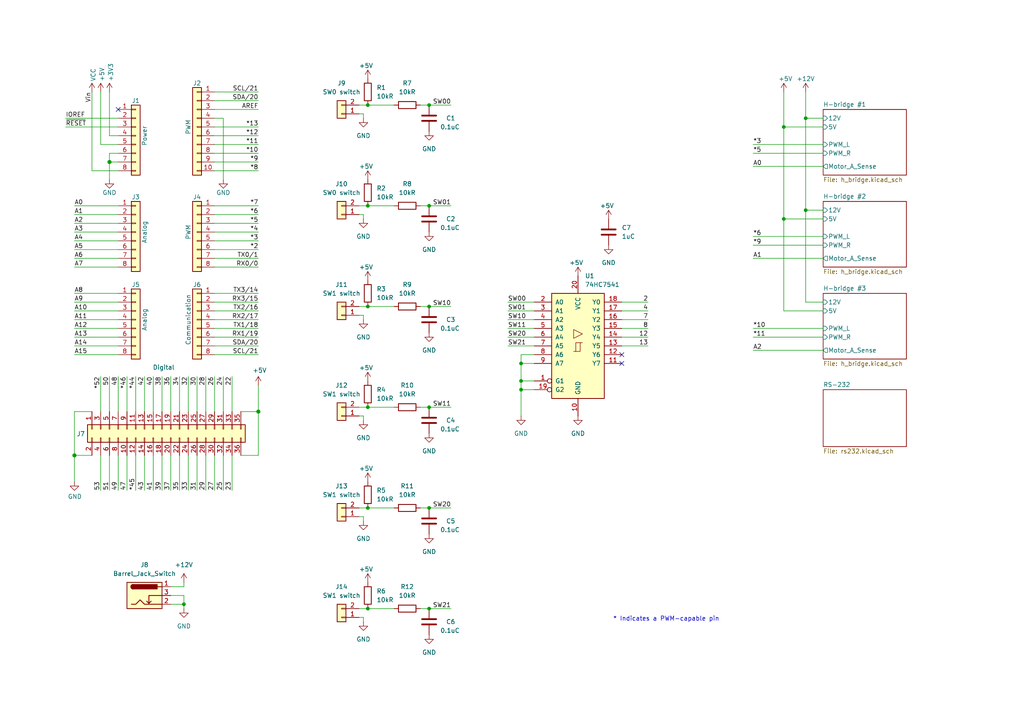
<source format=kicad_sch>
(kicad_sch (version 20211123) (generator eeschema)
  (paper "A4")
  (title_block (date "mar. 31 mars 2015"))
  (lib_symbols
    (symbol "74xx:74HCT541" (pin_names (offset 1.016))
      (property "Reference" "U" (at -7.62 16.51 0))
      (property "Value" "74HCT541" (at -7.62 -16.51 0))
      (symbol "74HCT541_1_0"
        (polyline (pts (xy -0.635 -1.6002) (xy -0.635 0.9398) (xy 0.635 0.9398)))
        (polyline (pts (xy -1.27 -1.6002) (xy 0.635 -1.6002) (xy 0.635 0.9398) (xy 1.27 0.9398)))
        (polyline (pts (xy 1.27 3.4798) (xy -1.27 4.7498) (xy -1.27 2.2098) (xy 1.27 3.4798)) (stroke (width 0.1524)))
        (pin input inverted (at -12.7 -10.16 0) (length 5.08) (name "G1") (number "1"))
        (pin power_in line (at 0 -20.32 90) (length 5.08) (name "GND") (number "10"))
        (pin tri_state line (at 12.7 -5.08 180) (length 5.08) (name "Y7") (number "11"))
        (pin tri_state line (at 12.7 -2.54 180) (length 5.08) (name "Y6") (number "12"))
        (pin tri_state line (at 12.7 0 180) (length 5.08) (name "Y5") (number "13"))
        (pin tri_state line (at 12.7 2.54 180) (length 5.08) (name "Y4") (number "14"))
        (pin tri_state line (at 12.7 5.08 180) (length 5.08) (name "Y3") (number "15"))
        (pin tri_state line (at 12.7 7.62 180) (length 5.08) (name "Y2") (number "16"))
        (pin tri_state line (at 12.7 10.16 180) (length 5.08) (name "Y1") (number "17"))
        (pin tri_state line (at 12.7 12.7 180) (length 5.08) (name "Y0") (number "18"))
        (pin input inverted (at -12.7 -12.7 0) (length 5.08) (name "G2") (number "19"))
        (pin input line (at -12.7 12.7 0) (length 5.08) (name "A0") (number "2"))
        (pin power_in line (at 0 20.32 270) (length 5.08) (name "VCC") (number "20"))
        (pin input line (at -12.7 10.16 0) (length 5.08) (name "A1") (number "3"))
        (pin input line (at -12.7 7.62 0) (length 5.08) (name "A2") (number "4"))
        (pin input line (at -12.7 5.08 0) (length 5.08) (name "A3") (number "5"))
        (pin input line (at -12.7 2.54 0) (length 5.08) (name "A4") (number "6"))
        (pin input line (at -12.7 0 0) (length 5.08) (name "A5") (number "7"))
        (pin input line (at -12.7 -2.54 0) (length 5.08) (name "A6") (number "8"))
        (pin input line (at -12.7 -5.08 0) (length 5.08) (name "A7") (number "9"))
      )
      (symbol "74HCT541_1_1"
        (rectangle (start -7.62 15.24) (end 7.62 -15.24) (stroke (width 0.254)) (fill (type background)))
      )
    )
    (symbol "Connector:Barrel_Jack_Switch" (pin_names hide)
      (property "Reference" "J" (at 0 5.334 0))
      (property "Value" "Barrel_Jack_Switch" (at 0 -5.08 0))
      (symbol "Barrel_Jack_Switch_0_1"
        (rectangle (start -5.08 3.81) (end 5.08 -3.81) (stroke (width 0.254)) (fill (type background)))
        (arc (start -3.302 3.175) (mid -3.937 2.54) (end -3.302 1.905) (stroke (width 0.254)))
        (arc (start -3.302 3.175) (mid -3.937 2.54) (end -3.302 1.905) (stroke (width 0.254)) (fill (type outline)))
        (polyline (pts (xy 1.27 -2.286) (xy 1.905 -1.651)) (stroke (width 0.254)))
        (polyline (pts (xy 5.08 2.54) (xy 3.81 2.54)) (stroke (width 0.254)))
        (polyline (pts (xy 5.08 0) (xy 1.27 0) (xy 1.27 -2.286) (xy 0.635 -1.651)) (stroke (width 0.254)))
        (polyline (pts (xy -3.81 -2.54) (xy -2.54 -2.54) (xy -1.27 -1.27) (xy 0 -2.54) (xy 2.54 -2.54) (xy 5.08 -2.54)) (stroke (width 0.254)))
        (rectangle (start 3.683 3.175) (end -3.302 1.905) (stroke (width 0.254)) (fill (type outline)))
      )
      (symbol "Barrel_Jack_Switch_1_1"
        (pin passive line (at 7.62 2.54 180) (length 2.54) (name "~") (number "1"))
        (pin passive line (at 7.62 -2.54 180) (length 2.54) (name "~") (number "2"))
        (pin passive line (at 7.62 0 180) (length 2.54) (name "~") (number "3"))
      )
    )
    (symbol "Connector_Generic:Conn_01x02" (pin_names (offset 1.016) hide)
      (property "Reference" "J" (at 0 2.54 0))
      (property "Value" "Conn_01x02" (at 0 -5.08 0))
      (symbol "Conn_01x02_1_1"
        (rectangle (start -1.27 -2.413) (end 0 -2.667) (stroke (width 0.1524)))
        (rectangle (start -1.27 0.127) (end 0 -0.127) (stroke (width 0.1524)))
        (rectangle (start -1.27 1.27) (end 1.27 -3.81) (stroke (width 0.254)) (fill (type background)))
        (pin passive line (at -5.08 0 0) (length 3.81) (name "Pin_1") (number "1"))
        (pin passive line (at -5.08 -2.54 0) (length 3.81) (name "Pin_2") (number "2"))
      )
    )
    (symbol "Connector_Generic:Conn_01x08" (pin_names (offset 1.016) hide)
      (property "Reference" "J" (at 0 10.16 0))
      (property "Value" "Conn_01x08" (at 0 -12.7 0))
      (symbol "Conn_01x08_1_1"
        (rectangle (start -1.27 -10.033) (end 0 -10.287) (stroke (width 0.1524)))
        (rectangle (start -1.27 -7.493) (end 0 -7.747) (stroke (width 0.1524)))
        (rectangle (start -1.27 -4.953) (end 0 -5.207) (stroke (width 0.1524)))
        (rectangle (start -1.27 -2.413) (end 0 -2.667) (stroke (width 0.1524)))
        (rectangle (start -1.27 0.127) (end 0 -0.127) (stroke (width 0.1524)))
        (rectangle (start -1.27 2.667) (end 0 2.413) (stroke (width 0.1524)))
        (rectangle (start -1.27 5.207) (end 0 4.953) (stroke (width 0.1524)))
        (rectangle (start -1.27 7.747) (end 0 7.493) (stroke (width 0.1524)))
        (rectangle (start -1.27 8.89) (end 1.27 -11.43) (stroke (width 0.254)) (fill (type background)))
        (pin passive line (at -5.08 7.62 0) (length 3.81) (name "Pin_1") (number "1"))
        (pin passive line (at -5.08 5.08 0) (length 3.81) (name "Pin_2") (number "2"))
        (pin passive line (at -5.08 2.54 0) (length 3.81) (name "Pin_3") (number "3"))
        (pin passive line (at -5.08 0 0) (length 3.81) (name "Pin_4") (number "4"))
        (pin passive line (at -5.08 -2.54 0) (length 3.81) (name "Pin_5") (number "5"))
        (pin passive line (at -5.08 -5.08 0) (length 3.81) (name "Pin_6") (number "6"))
        (pin passive line (at -5.08 -7.62 0) (length 3.81) (name "Pin_7") (number "7"))
        (pin passive line (at -5.08 -10.16 0) (length 3.81) (name "Pin_8") (number "8"))
      )
    )
    (symbol "Connector_Generic:Conn_01x10" (pin_names (offset 1.016) hide)
      (property "Reference" "J" (at 0 12.7 0))
      (property "Value" "Conn_01x10" (at 0 -15.24 0))
      (symbol "Conn_01x10_1_1"
        (rectangle (start -1.27 -12.573) (end 0 -12.827) (stroke (width 0.1524)))
        (rectangle (start -1.27 -10.033) (end 0 -10.287) (stroke (width 0.1524)))
        (rectangle (start -1.27 -7.493) (end 0 -7.747) (stroke (width 0.1524)))
        (rectangle (start -1.27 -4.953) (end 0 -5.207) (stroke (width 0.1524)))
        (rectangle (start -1.27 -2.413) (end 0 -2.667) (stroke (width 0.1524)))
        (rectangle (start -1.27 0.127) (end 0 -0.127) (stroke (width 0.1524)))
        (rectangle (start -1.27 2.667) (end 0 2.413) (stroke (width 0.1524)))
        (rectangle (start -1.27 5.207) (end 0 4.953) (stroke (width 0.1524)))
        (rectangle (start -1.27 7.747) (end 0 7.493) (stroke (width 0.1524)))
        (rectangle (start -1.27 10.287) (end 0 10.033) (stroke (width 0.1524)))
        (rectangle (start -1.27 11.43) (end 1.27 -13.97) (stroke (width 0.254)) (fill (type background)))
        (pin passive line (at -5.08 10.16 0) (length 3.81) (name "Pin_1") (number "1"))
        (pin passive line (at -5.08 -12.7 0) (length 3.81) (name "Pin_10") (number "10"))
        (pin passive line (at -5.08 7.62 0) (length 3.81) (name "Pin_2") (number "2"))
        (pin passive line (at -5.08 5.08 0) (length 3.81) (name "Pin_3") (number "3"))
        (pin passive line (at -5.08 2.54 0) (length 3.81) (name "Pin_4") (number "4"))
        (pin passive line (at -5.08 0 0) (length 3.81) (name "Pin_5") (number "5"))
        (pin passive line (at -5.08 -2.54 0) (length 3.81) (name "Pin_6") (number "6"))
        (pin passive line (at -5.08 -5.08 0) (length 3.81) (name "Pin_7") (number "7"))
        (pin passive line (at -5.08 -7.62 0) (length 3.81) (name "Pin_8") (number "8"))
        (pin passive line (at -5.08 -10.16 0) (length 3.81) (name "Pin_9") (number "9"))
      )
    )
    (symbol "Connector_Generic:Conn_02x18_Odd_Even" (pin_names (offset 1.016) hide)
      (property "Reference" "J" (at 1.27 22.86 0))
      (property "Value" "Conn_02x18_Odd_Even" (at 1.27 -25.4 0))
      (symbol "Conn_02x18_Odd_Even_1_1"
        (rectangle (start -1.27 -22.733) (end 0 -22.987) (stroke (width 0.1524)))
        (rectangle (start -1.27 -20.193) (end 0 -20.447) (stroke (width 0.1524)))
        (rectangle (start -1.27 -17.653) (end 0 -17.907) (stroke (width 0.1524)))
        (rectangle (start -1.27 -15.113) (end 0 -15.367) (stroke (width 0.1524)))
        (rectangle (start -1.27 -12.573) (end 0 -12.827) (stroke (width 0.1524)))
        (rectangle (start -1.27 -10.033) (end 0 -10.287) (stroke (width 0.1524)))
        (rectangle (start -1.27 -7.493) (end 0 -7.747) (stroke (width 0.1524)))
        (rectangle (start -1.27 -4.953) (end 0 -5.207) (stroke (width 0.1524)))
        (rectangle (start -1.27 -2.413) (end 0 -2.667) (stroke (width 0.1524)))
        (rectangle (start -1.27 0.127) (end 0 -0.127) (stroke (width 0.1524)))
        (rectangle (start -1.27 2.667) (end 0 2.413) (stroke (width 0.1524)))
        (rectangle (start -1.27 5.207) (end 0 4.953) (stroke (width 0.1524)))
        (rectangle (start -1.27 7.747) (end 0 7.493) (stroke (width 0.1524)))
        (rectangle (start -1.27 10.287) (end 0 10.033) (stroke (width 0.1524)))
        (rectangle (start -1.27 12.827) (end 0 12.573) (stroke (width 0.1524)))
        (rectangle (start -1.27 15.367) (end 0 15.113) (stroke (width 0.1524)))
        (rectangle (start -1.27 17.907) (end 0 17.653) (stroke (width 0.1524)))
        (rectangle (start -1.27 20.447) (end 0 20.193) (stroke (width 0.1524)))
        (rectangle (start -1.27 21.59) (end 3.81 -24.13) (stroke (width 0.254)) (fill (type background)))
        (rectangle (start 3.81 -22.733) (end 2.54 -22.987) (stroke (width 0.1524)))
        (rectangle (start 3.81 -20.193) (end 2.54 -20.447) (stroke (width 0.1524)))
        (rectangle (start 3.81 -17.653) (end 2.54 -17.907) (stroke (width 0.1524)))
        (rectangle (start 3.81 -15.113) (end 2.54 -15.367) (stroke (width 0.1524)))
        (rectangle (start 3.81 -12.573) (end 2.54 -12.827) (stroke (width 0.1524)))
        (rectangle (start 3.81 -10.033) (end 2.54 -10.287) (stroke (width 0.1524)))
        (rectangle (start 3.81 -7.493) (end 2.54 -7.747) (stroke (width 0.1524)))
        (rectangle (start 3.81 -4.953) (end 2.54 -5.207) (stroke (width 0.1524)))
        (rectangle (start 3.81 -2.413) (end 2.54 -2.667) (stroke (width 0.1524)))
        (rectangle (start 3.81 0.127) (end 2.54 -0.127) (stroke (width 0.1524)))
        (rectangle (start 3.81 2.667) (end 2.54 2.413) (stroke (width 0.1524)))
        (rectangle (start 3.81 5.207) (end 2.54 4.953) (stroke (width 0.1524)))
        (rectangle (start 3.81 7.747) (end 2.54 7.493) (stroke (width 0.1524)))
        (rectangle (start 3.81 10.287) (end 2.54 10.033) (stroke (width 0.1524)))
        (rectangle (start 3.81 12.827) (end 2.54 12.573) (stroke (width 0.1524)))
        (rectangle (start 3.81 15.367) (end 2.54 15.113) (stroke (width 0.1524)))
        (rectangle (start 3.81 17.907) (end 2.54 17.653) (stroke (width 0.1524)))
        (rectangle (start 3.81 20.447) (end 2.54 20.193) (stroke (width 0.1524)))
        (pin passive line (at -5.08 20.32 0) (length 3.81) (name "Pin_1") (number "1"))
        (pin passive line (at 7.62 10.16 180) (length 3.81) (name "Pin_10") (number "10"))
        (pin passive line (at -5.08 7.62 0) (length 3.81) (name "Pin_11") (number "11"))
        (pin passive line (at 7.62 7.62 180) (length 3.81) (name "Pin_12") (number "12"))
        (pin passive line (at -5.08 5.08 0) (length 3.81) (name "Pin_13") (number "13"))
        (pin passive line (at 7.62 5.08 180) (length 3.81) (name "Pin_14") (number "14"))
        (pin passive line (at -5.08 2.54 0) (length 3.81) (name "Pin_15") (number "15"))
        (pin passive line (at 7.62 2.54 180) (length 3.81) (name "Pin_16") (number "16"))
        (pin passive line (at -5.08 0 0) (length 3.81) (name "Pin_17") (number "17"))
        (pin passive line (at 7.62 0 180) (length 3.81) (name "Pin_18") (number "18"))
        (pin passive line (at -5.08 -2.54 0) (length 3.81) (name "Pin_19") (number "19"))
        (pin passive line (at 7.62 20.32 180) (length 3.81) (name "Pin_2") (number "2"))
        (pin passive line (at 7.62 -2.54 180) (length 3.81) (name "Pin_20") (number "20"))
        (pin passive line (at -5.08 -5.08 0) (length 3.81) (name "Pin_21") (number "21"))
        (pin passive line (at 7.62 -5.08 180) (length 3.81) (name "Pin_22") (number "22"))
        (pin passive line (at -5.08 -7.62 0) (length 3.81) (name "Pin_23") (number "23"))
        (pin passive line (at 7.62 -7.62 180) (length 3.81) (name "Pin_24") (number "24"))
        (pin passive line (at -5.08 -10.16 0) (length 3.81) (name "Pin_25") (number "25"))
        (pin passive line (at 7.62 -10.16 180) (length 3.81) (name "Pin_26") (number "26"))
        (pin passive line (at -5.08 -12.7 0) (length 3.81) (name "Pin_27") (number "27"))
        (pin passive line (at 7.62 -12.7 180) (length 3.81) (name "Pin_28") (number "28"))
        (pin passive line (at -5.08 -15.24 0) (length 3.81) (name "Pin_29") (number "29"))
        (pin passive line (at -5.08 17.78 0) (length 3.81) (name "Pin_3") (number "3"))
        (pin passive line (at 7.62 -15.24 180) (length 3.81) (name "Pin_30") (number "30"))
        (pin passive line (at -5.08 -17.78 0) (length 3.81) (name "Pin_31") (number "31"))
        (pin passive line (at 7.62 -17.78 180) (length 3.81) (name "Pin_32") (number "32"))
        (pin passive line (at -5.08 -20.32 0) (length 3.81) (name "Pin_33") (number "33"))
        (pin passive line (at 7.62 -20.32 180) (length 3.81) (name "Pin_34") (number "34"))
        (pin passive line (at -5.08 -22.86 0) (length 3.81) (name "Pin_35") (number "35"))
        (pin passive line (at 7.62 -22.86 180) (length 3.81) (name "Pin_36") (number "36"))
        (pin passive line (at 7.62 17.78 180) (length 3.81) (name "Pin_4") (number "4"))
        (pin passive line (at -5.08 15.24 0) (length 3.81) (name "Pin_5") (number "5"))
        (pin passive line (at 7.62 15.24 180) (length 3.81) (name "Pin_6") (number "6"))
        (pin passive line (at -5.08 12.7 0) (length 3.81) (name "Pin_7") (number "7"))
        (pin passive line (at 7.62 12.7 180) (length 3.81) (name "Pin_8") (number "8"))
        (pin passive line (at -5.08 10.16 0) (length 3.81) (name "Pin_9") (number "9"))
      )
    )
    (symbol "Device:C" (pin_numbers hide) (pin_names (offset 0.254))
      (property "Reference" "C" (at 0.635 2.54 0))
      (property "Value" "C" (at 0.635 -2.54 0))
      (symbol "C_0_1"
        (polyline (pts (xy -2.032 -0.762) (xy 2.032 -0.762)) (stroke (width 0.508)))
        (polyline (pts (xy -2.032 0.762) (xy 2.032 0.762)) (stroke (width 0.508)))
      )
      (symbol "C_1_1"
        (pin passive line (at 0 3.81 270) (length 2.794) (name "~") (number "1"))
        (pin passive line (at 0 -3.81 90) (length 2.794) (name "~") (number "2"))
      )
    )
    (symbol "Device:R" (pin_numbers hide) (pin_names (offset 0))
      (property "Reference" "R" (at 2.032 0 90))
      (property "Value" "R" (at 0 0 90))
      (symbol "R_0_1"
        (rectangle (start -1.016 -2.54) (end 1.016 2.54) (stroke (width 0.254)))
      )
      (symbol "R_1_1"
        (pin passive line (at 0 3.81 270) (length 1.27) (name "~") (number "1"))
        (pin passive line (at 0 -3.81 90) (length 1.27) (name "~") (number "2"))
      )
    )
    (symbol "power:+12V" (power) (pin_names (offset 0))
      (property "Value" "+12V" (at 0 3.556 0))
      (symbol "+12V_0_1"
        (polyline (pts (xy -0.762 1.27) (xy 0 2.54)))
        (polyline (pts (xy 0 0) (xy 0 2.54)))
        (polyline (pts (xy 0 2.54) (xy 0.762 1.27)))
      )
      (symbol "+12V_1_1"
        (pin power_in line (at 0 0 90) (length 0) hide (name "+12V") (number "1"))
      )
    )
    (symbol "power:+3V3" (power) (pin_names (offset 0))
      (property "Value" "+3V3" (at 0 3.556 0))
      (symbol "+3V3_0_1"
        (polyline (pts (xy -0.762 1.27) (xy 0 2.54)))
        (polyline (pts (xy 0 0) (xy 0 2.54)))
        (polyline (pts (xy 0 2.54) (xy 0.762 1.27)))
      )
      (symbol "+3V3_1_1"
        (pin power_in line (at 0 0 90) (length 0) hide (name "+3V3") (number "1"))
      )
    )
    (symbol "power:+5V" (power) (pin_names (offset 0))
      (property "Value" "+5V" (at 0 3.556 0))
      (symbol "+5V_0_1"
        (polyline (pts (xy -0.762 1.27) (xy 0 2.54)))
        (polyline (pts (xy 0 0) (xy 0 2.54)))
        (polyline (pts (xy 0 2.54) (xy 0.762 1.27)))
      )
      (symbol "+5V_1_1"
        (pin power_in line (at 0 0 90) (length 0) hide (name "+5V") (number "1"))
      )
    )
    (symbol "power:GND" (power) (pin_names (offset 0))
      (property "Value" "GND" (at 0 -3.81 0))
      (symbol "GND_0_1"
        (polyline (pts (xy 0 0) (xy 0 -1.27) (xy 1.27 -1.27) (xy 0 -2.54) (xy -1.27 -1.27) (xy 0 -1.27)))
      )
      (symbol "GND_1_1"
        (pin power_in line (at 0 0 270) (length 0) hide (name "GND") (number "1"))
      )
    )
    (symbol "power:VCC" (power) (pin_names (offset 0))
      (property "Value" "VCC" (at 0 3.81 0))
      (symbol "VCC_0_1"
        (polyline (pts (xy -0.762 1.27) (xy 0 2.54)))
        (polyline (pts (xy 0 0) (xy 0 2.54)))
        (polyline (pts (xy 0 2.54) (xy 0.762 1.27)))
      )
      (symbol "VCC_1_1"
        (pin power_in line (at 0 0 90) (length 0) hide (name "VCC") (number "1"))
      )
    )
  )
  (junction (at 21.59 132.08) (diameter 1.016))
  (junction (at 124.46 176.53))
  (junction (at 106.68 88.9))
  (junction (at 53.34 175.26))
  (junction (at 124.46 30.48))
  (junction (at 124.46 88.9))
  (junction (at 31.75 46.99) (diameter 1.016))
  (junction (at 233.68 60.96))
  (junction (at 124.46 147.32))
  (junction (at 106.68 176.53))
  (junction (at 227.33 36.83))
  (junction (at 151.13 110.49))
  (junction (at 106.68 118.11))
  (junction (at 151.13 105.41))
  (junction (at 106.68 59.69))
  (junction (at 151.13 113.03))
  (junction (at 124.46 59.69))
  (junction (at 233.68 34.29))
  (junction (at 106.68 147.32))
  (junction (at 227.33 63.5))
  (junction (at 124.46 118.11))
  (junction (at 106.68 30.48))
  (junction (at 74.93 119.38) (diameter 1.016))
  (no_connect (at 180.34 102.87))
  (no_connect (at 34.29 31.75))
  (no_connect (at 180.34 105.41))
  (wire (pts (xy 124.46 176.53) (xy 130.81 176.53)))
  (wire (pts (xy 62.23 77.47) (xy 74.93 77.47)))
  (wire (pts (xy 21.59 77.47) (xy 34.29 77.47)))
  (wire (pts (xy 62.23 44.45) (xy 74.93 44.45)))
  (wire (pts (xy 44.45 109.22) (xy 44.45 119.38)))
  (wire (pts (xy 227.33 90.17) (xy 238.76 90.17)))
  (wire (pts (xy 62.23 26.67) (xy 74.93 26.67)))
  (wire (pts (xy 121.92 118.11) (xy 124.46 118.11)))
  (wire (pts (xy 46.99 109.22) (xy 46.99 119.38)))
  (wire (pts (xy 106.68 118.11) (xy 114.3 118.11)))
  (wire (pts (xy 74.93 119.38) (xy 74.93 132.08)))
  (wire (pts (xy 26.67 119.38) (xy 21.59 119.38)))
  (wire (pts (xy 124.46 118.11) (xy 130.81 118.11)))
  (wire (pts (xy 233.68 60.96) (xy 238.76 60.96)))
  (wire (pts (xy 62.23 90.17) (xy 74.93 90.17)))
  (wire (pts (xy 31.75 44.45) (xy 31.75 46.99)))
  (wire (pts (xy 227.33 63.5) (xy 227.33 90.17)))
  (wire (pts (xy 104.14 62.23) (xy 105.41 62.23)))
  (wire (pts (xy 49.53 132.08) (xy 49.53 142.24)))
  (wire (pts (xy 21.59 72.39) (xy 34.29 72.39)))
  (wire (pts (xy 124.46 30.48) (xy 130.81 30.48)))
  (wire (pts (xy 54.61 109.22) (xy 54.61 119.38)))
  (wire (pts (xy 104.14 118.11) (xy 106.68 118.11)))
  (wire (pts (xy 31.75 109.22) (xy 31.75 119.38)))
  (wire (pts (xy 67.31 109.22) (xy 67.31 119.38)))
  (wire (pts (xy 227.33 26.67) (xy 227.33 36.83)))
  (wire (pts (xy 121.92 147.32) (xy 124.46 147.32)))
  (wire (pts (xy 104.14 91.44) (xy 105.41 91.44)))
  (wire (pts (xy 31.75 46.99) (xy 31.75 52.07)))
  (wire (pts (xy 62.23 132.08) (xy 62.23 142.24)))
  (wire (pts (xy 227.33 36.83) (xy 227.33 63.5)))
  (wire (pts (xy 31.75 39.37) (xy 34.29 39.37)))
  (wire (pts (xy 41.91 109.22) (xy 41.91 119.38)))
  (wire (pts (xy 49.53 175.26) (xy 53.34 175.26)))
  (wire (pts (xy 180.34 87.63) (xy 187.96 87.63)))
  (wire (pts (xy 104.14 33.02) (xy 105.41 33.02)))
  (wire (pts (xy 151.13 110.49) (xy 151.13 105.41)))
  (wire (pts (xy 29.21 41.91) (xy 34.29 41.91)))
  (wire (pts (xy 52.07 132.08) (xy 52.07 142.24)))
  (wire (pts (xy 218.44 41.91) (xy 238.76 41.91)))
  (wire (pts (xy 29.21 26.67) (xy 29.21 41.91)))
  (wire (pts (xy 104.14 176.53) (xy 106.68 176.53)))
  (wire (pts (xy 21.59 102.87) (xy 34.29 102.87)))
  (wire (pts (xy 36.83 132.08) (xy 36.83 142.24)))
  (wire (pts (xy 151.13 120.65) (xy 151.13 113.03)))
  (wire (pts (xy 59.69 132.08) (xy 59.69 142.24)))
  (wire (pts (xy 53.34 170.18) (xy 53.34 168.91)))
  (wire (pts (xy 121.92 59.69) (xy 124.46 59.69)))
  (wire (pts (xy 227.33 63.5) (xy 238.76 63.5)))
  (wire (pts (xy 233.68 60.96) (xy 233.68 87.63)))
  (wire (pts (xy 62.23 36.83) (xy 74.93 36.83)))
  (wire (pts (xy 180.34 90.17) (xy 187.96 90.17)))
  (wire (pts (xy 31.75 26.67) (xy 31.75 39.37)))
  (wire (pts (xy 62.23 59.69) (xy 74.93 59.69)))
  (wire (pts (xy 34.29 59.69) (xy 21.59 59.69)))
  (wire (pts (xy 106.68 147.32) (xy 114.3 147.32)))
  (wire (pts (xy 62.23 39.37) (xy 74.93 39.37)))
  (wire (pts (xy 34.29 100.33) (xy 21.59 100.33)))
  (wire (pts (xy 62.23 62.23) (xy 74.93 62.23)))
  (wire (pts (xy 151.13 113.03) (xy 154.94 113.03)))
  (wire (pts (xy 180.34 92.71) (xy 187.96 92.71)))
  (wire (pts (xy 104.14 120.65) (xy 105.41 120.65)))
  (wire (pts (xy 124.46 147.32) (xy 130.81 147.32)))
  (wire (pts (xy 62.23 97.79) (xy 74.93 97.79)))
  (wire (pts (xy 53.34 175.26) (xy 53.34 176.53)))
  (wire (pts (xy 121.92 176.53) (xy 124.46 176.53)))
  (wire (pts (xy 52.07 109.22) (xy 52.07 119.38)))
  (wire (pts (xy 21.59 119.38) (xy 21.59 132.08)))
  (wire (pts (xy 218.44 44.45) (xy 238.76 44.45)))
  (wire (pts (xy 36.83 109.22) (xy 36.83 119.38)))
  (wire (pts (xy 26.67 132.08) (xy 21.59 132.08)))
  (wire (pts (xy 105.41 62.23) (xy 105.41 63.5)))
  (wire (pts (xy 62.23 46.99) (xy 74.93 46.99)))
  (wire (pts (xy 59.69 109.22) (xy 59.69 119.38)))
  (wire (pts (xy 57.15 109.22) (xy 57.15 119.38)))
  (wire (pts (xy 39.37 132.08) (xy 39.37 142.24)))
  (wire (pts (xy 57.15 132.08) (xy 57.15 142.24)))
  (wire (pts (xy 34.29 132.08) (xy 34.29 142.24)))
  (wire (pts (xy 64.77 109.22) (xy 64.77 119.38)))
  (wire (pts (xy 62.23 67.31) (xy 74.93 67.31)))
  (wire (pts (xy 44.45 132.08) (xy 44.45 142.24)))
  (wire (pts (xy 105.41 91.44) (xy 105.41 92.71)))
  (wire (pts (xy 39.37 109.22) (xy 39.37 119.38)))
  (wire (pts (xy 121.92 88.9) (xy 124.46 88.9)))
  (wire (pts (xy 218.44 68.58) (xy 238.76 68.58)))
  (wire (pts (xy 19.05 34.29) (xy 34.29 34.29)))
  (wire (pts (xy 218.44 71.12) (xy 238.76 71.12)))
  (wire (pts (xy 233.68 26.67) (xy 233.68 34.29)))
  (wire (pts (xy 62.23 87.63) (xy 74.93 87.63)))
  (wire (pts (xy 74.93 111.76) (xy 74.93 119.38)))
  (wire (pts (xy 180.34 100.33) (xy 187.96 100.33)))
  (wire (pts (xy 64.77 34.29) (xy 64.77 52.07)))
  (wire (pts (xy 62.23 102.87) (xy 74.93 102.87)))
  (wire (pts (xy 49.53 172.72) (xy 53.34 172.72)))
  (wire (pts (xy 151.13 102.87) (xy 154.94 102.87)))
  (wire (pts (xy 104.14 88.9) (xy 106.68 88.9)))
  (wire (pts (xy 62.23 31.75) (xy 74.93 31.75)))
  (wire (pts (xy 105.41 149.86) (xy 105.41 151.13)))
  (wire (pts (xy 69.85 119.38) (xy 74.93 119.38)))
  (wire (pts (xy 62.23 95.25) (xy 74.93 95.25)))
  (wire (pts (xy 21.59 92.71) (xy 34.29 92.71)))
  (wire (pts (xy 233.68 87.63) (xy 238.76 87.63)))
  (wire (pts (xy 106.68 59.69) (xy 114.3 59.69)))
  (wire (pts (xy 151.13 113.03) (xy 151.13 110.49)))
  (wire (pts (xy 124.46 59.69) (xy 130.81 59.69)))
  (wire (pts (xy 34.29 64.77) (xy 21.59 64.77)))
  (wire (pts (xy 19.05 36.83) (xy 34.29 36.83)))
  (wire (pts (xy 218.44 48.26) (xy 238.76 48.26)))
  (wire (pts (xy 151.13 105.41) (xy 151.13 102.87)))
  (wire (pts (xy 62.23 85.09) (xy 74.93 85.09)))
  (wire (pts (xy 34.29 46.99) (xy 31.75 46.99)))
  (wire (pts (xy 104.14 147.32) (xy 106.68 147.32)))
  (wire (pts (xy 34.29 49.53) (xy 26.67 49.53)))
  (wire (pts (xy 29.21 109.22) (xy 29.21 119.38)))
  (wire (pts (xy 21.59 62.23) (xy 34.29 62.23)))
  (wire (pts (xy 31.75 132.08) (xy 31.75 142.24)))
  (wire (pts (xy 147.32 97.79) (xy 154.94 97.79)))
  (wire (pts (xy 147.32 90.17) (xy 154.94 90.17)))
  (wire (pts (xy 180.34 97.79) (xy 187.96 97.79)))
  (wire (pts (xy 54.61 132.08) (xy 54.61 142.24)))
  (wire (pts (xy 147.32 95.25) (xy 154.94 95.25)))
  (wire (pts (xy 34.29 90.17) (xy 21.59 90.17)))
  (wire (pts (xy 53.34 172.72) (xy 53.34 175.26)))
  (wire (pts (xy 29.21 132.08) (xy 29.21 142.24)))
  (wire (pts (xy 62.23 92.71) (xy 74.93 92.71)))
  (wire (pts (xy 62.23 34.29) (xy 64.77 34.29)))
  (wire (pts (xy 46.99 132.08) (xy 46.99 142.24)))
  (wire (pts (xy 104.14 179.07) (xy 105.41 179.07)))
  (wire (pts (xy 34.29 44.45) (xy 31.75 44.45)))
  (wire (pts (xy 21.59 97.79) (xy 34.29 97.79)))
  (wire (pts (xy 62.23 109.22) (xy 62.23 119.38)))
  (wire (pts (xy 62.23 41.91) (xy 74.93 41.91)))
  (wire (pts (xy 49.53 109.22) (xy 49.53 119.38)))
  (wire (pts (xy 21.59 87.63) (xy 34.29 87.63)))
  (wire (pts (xy 151.13 105.41) (xy 154.94 105.41)))
  (wire (pts (xy 106.68 176.53) (xy 114.3 176.53)))
  (wire (pts (xy 121.92 30.48) (xy 124.46 30.48)))
  (wire (pts (xy 62.23 64.77) (xy 74.93 64.77)))
  (wire (pts (xy 105.41 120.65) (xy 105.41 121.92)))
  (wire (pts (xy 21.59 67.31) (xy 34.29 67.31)))
  (wire (pts (xy 34.29 109.22) (xy 34.29 119.38)))
  (wire (pts (xy 104.14 30.48) (xy 106.68 30.48)))
  (wire (pts (xy 62.23 100.33) (xy 74.93 100.33)))
  (wire (pts (xy 147.32 87.63) (xy 154.94 87.63)))
  (wire (pts (xy 74.93 132.08) (xy 69.85 132.08)))
  (wire (pts (xy 218.44 101.6) (xy 238.76 101.6)))
  (wire (pts (xy 34.29 85.09) (xy 21.59 85.09)))
  (wire (pts (xy 104.14 149.86) (xy 105.41 149.86)))
  (wire (pts (xy 218.44 95.25) (xy 238.76 95.25)))
  (wire (pts (xy 124.46 88.9) (xy 130.81 88.9)))
  (wire (pts (xy 106.68 88.9) (xy 114.3 88.9)))
  (wire (pts (xy 67.31 132.08) (xy 67.31 142.24)))
  (wire (pts (xy 106.68 30.48) (xy 114.3 30.48)))
  (wire (pts (xy 105.41 33.02) (xy 105.41 34.29)))
  (wire (pts (xy 227.33 36.83) (xy 238.76 36.83)))
  (wire (pts (xy 62.23 29.21) (xy 74.93 29.21)))
  (wire (pts (xy 64.77 132.08) (xy 64.77 142.24)))
  (wire (pts (xy 62.23 72.39) (xy 74.93 72.39)))
  (wire (pts (xy 147.32 92.71) (xy 154.94 92.71)))
  (wire (pts (xy 62.23 69.85) (xy 74.93 69.85)))
  (wire (pts (xy 105.41 179.07) (xy 105.41 180.34)))
  (wire (pts (xy 180.34 95.25) (xy 187.96 95.25)))
  (wire (pts (xy 49.53 170.18) (xy 53.34 170.18)))
  (wire (pts (xy 41.91 132.08) (xy 41.91 142.24)))
  (wire (pts (xy 104.14 59.69) (xy 106.68 59.69)))
  (wire (pts (xy 233.68 34.29) (xy 233.68 60.96)))
  (wire (pts (xy 218.44 74.93) (xy 238.76 74.93)))
  (wire (pts (xy 62.23 74.93) (xy 74.93 74.93)))
  (wire (pts (xy 34.29 95.25) (xy 21.59 95.25)))
  (wire (pts (xy 26.67 49.53) (xy 26.67 26.67)))
  (wire (pts (xy 21.59 132.08) (xy 21.59 139.7)))
  (wire (pts (xy 34.29 74.93) (xy 21.59 74.93)))
  (wire (pts (xy 147.32 100.33) (xy 154.94 100.33)))
  (wire (pts (xy 151.13 110.49) (xy 154.94 110.49)))
  (wire (pts (xy 34.29 69.85) (xy 21.59 69.85)))
  (wire (pts (xy 218.44 97.79) (xy 238.76 97.79)))
  (wire (pts (xy 233.68 34.29) (xy 238.76 34.29)))
  (wire (pts (xy 62.23 49.53) (xy 74.93 49.53)))
  (text "* Indicates a PWM-capable pin" (at 177.8 180.34 0) (effects (font (size 1.27 1.27)) (justify left bottom)))
  (label "SW20" (at 147.32 97.79 0))
  (label "A10" (at 21.59 90.17 0))
  (label "SW11" (at 130.81 118.11 180))
  (label "4" (at 187.96 90.17 180))
  (label "RX0{slash}0" (at 74.93 77.47 180))
  (label "A15" (at 21.59 102.87 0))
  (label "A2" (at 21.59 64.77 0))
  (label "RX2{slash}17" (at 74.93 92.71 180))
  (label "2" (at 187.96 87.63 180))
  (label "*4" (at 74.93 67.31 180))
  (label "*5" (at 218.44 44.45 0))
  (label "SW11" (at 147.32 95.25 0))
  (label "SDA{slash}20" (at 74.93 100.33 180))
  (label "SW21" (at 147.32 100.33 0))
  (label "26" (at 62.23 109.22 270))
  (label "31" (at 57.15 142.24 90))
  (label "22" (at 67.31 109.22 270))
  (label "7" (at 187.96 92.71 180))
  (label "33" (at 54.61 142.24 90))
  (label "36" (at 49.53 109.22 270))
  (label "*2" (at 74.93 72.39 180))
  (label "SW10" (at 130.81 88.9 180))
  (label "TX1{slash}18" (at 74.93 95.25 180))
  (label "*44" (at 39.37 109.22 270))
  (label "A3" (at 21.59 67.31 0))
  (label "SW01" (at 130.81 59.69 180))
  (label "*10" (at 218.44 95.25 0))
  (label "*13" (at 74.93 36.83 180))
  (label "SW10" (at 147.32 92.71 0))
  (label "13" (at 187.96 100.33 180))
  (label "*52" (at 29.21 109.22 270))
  (label "*12" (at 74.93 39.37 180))
  (label "40" (at 44.45 109.22 270))
  (label "SW00" (at 147.32 87.63 0))
  (label "~{RESET}" (at 19.05 36.83 0))
  (label "35" (at 52.07 142.24 90))
  (label "*10" (at 74.93 44.45 180))
  (label "*3" (at 218.44 41.91 0))
  (label "A2" (at 218.44 101.6 0))
  (label "8" (at 187.96 95.25 180))
  (label "28" (at 59.69 109.22 270))
  (label "*11" (at 218.44 97.79 0))
  (label "23" (at 67.31 142.24 90))
  (label "29" (at 59.69 142.24 90))
  (label "A13" (at 21.59 97.79 0))
  (label "41" (at 44.45 142.24 90))
  (label "30" (at 57.15 109.22 270))
  (label "47" (at 36.83 142.24 90))
  (label "34" (at 52.07 109.22 270))
  (label "*45" (at 39.37 142.24 90))
  (label "38" (at 46.99 109.22 270))
  (label "51" (at 31.75 142.24 90))
  (label "SW20" (at 130.81 147.32 180))
  (label "*7" (at 74.93 59.69 180))
  (label "SDA{slash}20" (at 74.93 29.21 180))
  (label "*8" (at 74.93 49.53 180))
  (label "A0" (at 218.44 48.26 0))
  (label "A9" (at 21.59 87.63 0))
  (label "*11" (at 74.93 41.91 180))
  (label "*3" (at 74.93 69.85 180))
  (label "A6" (at 21.59 74.93 0))
  (label "42" (at 41.91 109.22 270))
  (label "A1" (at 21.59 62.23 0))
  (label "53" (at 29.21 142.24 90))
  (label "TX0{slash}1" (at 74.93 74.93 180))
  (label "SW21" (at 130.81 176.53 180))
  (label "24" (at 64.77 109.22 270))
  (label "RX1{slash}19" (at 74.93 97.79 180))
  (label "A0" (at 21.59 59.69 0))
  (label "AREF" (at 74.93 31.75 180))
  (label "A14" (at 21.59 100.33 0))
  (label "39" (at 46.99 142.24 90))
  (label "A8" (at 21.59 85.09 0))
  (label "Vin" (at 26.67 26.67 270))
  (label "*6" (at 218.44 68.58 0))
  (label "27" (at 62.23 142.24 90))
  (label "37" (at 49.53 142.24 90))
  (label "25" (at 64.77 142.24 90))
  (label "A1" (at 218.44 74.93 0))
  (label "*6" (at 74.93 62.23 180))
  (label "*46" (at 36.83 109.22 270))
  (label "SCL{slash}21" (at 74.93 26.67 180))
  (label "*9" (at 74.93 46.99 180))
  (label "50" (at 31.75 109.22 270))
  (label "TX2{slash}16" (at 74.93 90.17 180))
  (label "*5" (at 74.93 64.77 180))
  (label "SW00" (at 130.81 30.48 180))
  (label "IOREF" (at 19.05 34.29 0))
  (label "*9" (at 218.44 71.12 0))
  (label "SW01" (at 147.32 90.17 0))
  (label "A7" (at 21.59 77.47 0))
  (label "A11" (at 21.59 92.71 0))
  (label "A4" (at 21.59 69.85 0))
  (label "49" (at 34.29 142.24 90))
  (label "A5" (at 21.59 72.39 0))
  (label "RX3{slash}15" (at 74.93 87.63 180))
  (label "TX3{slash}14" (at 74.93 85.09 180))
  (label "12" (at 187.96 97.79 180))
  (label "32" (at 54.61 109.22 270))
  (label "43" (at 41.91 142.24 90))
  (label "A12" (at 21.59 95.25 0))
  (label "SCL{slash}21" (at 74.93 102.87 180))
  (label "48" (at 34.29 109.22 270))
  (symbol (lib_id "Connector_Generic:Conn_01x08") (at 39.37 39.37 0) (unit 1)
    (property "Reference" "J1" (at 39.37 29.21 0))
    (property "Value" "Power" (at 41.91 39.37 90))
    (property "Footprint" "Connector_PinSocket_2.54mm:PinSocket_1x08_P2.54mm_Vertical" (effects hide))
  )
  (symbol (lib_id "power:+3V3") (at 31.75 26.67 0) (unit 1)
    (property "Reference" "#PWR03" (effects hide))
    (property "Value" "+3.3V" (at 32.131 23.622 90) (effects (justify left)))
  )
  (symbol (lib_id "power:+5V") (at 29.21 26.67 0) (unit 1)
    (property "Reference" "#PWR02" (effects hide))
    (property "Value" "+5V" (at 29.5656 23.622 90) (effects (justify left)))
  )
  (symbol (lib_id "power:GND") (at 31.75 52.07 0) (unit 1)
    (property "Reference" "#PWR04" (effects hide))
    (property "Value" "GND" (at 31.75 55.88 0))
  )
  (symbol (lib_id "Connector_Generic:Conn_01x10") (at 57.15 36.83 0) (mirror y) (unit 1)
    (property "Reference" "J2" (at 57.15 24.13 0))
    (property "Value" "PWM" (at 54.61 36.83 90))
    (property "Footprint" "Connector_PinSocket_2.54mm:PinSocket_1x10_P2.54mm_Vertical" (effects hide))
  )
  (symbol (lib_id "power:GND") (at 64.77 52.07 0) (unit 1)
    (property "Reference" "#PWR05" (effects hide))
    (property "Value" "GND" (at 64.77 55.88 0))
  )
  (symbol (lib_id "Connector_Generic:Conn_01x08") (at 39.37 67.31 0) (unit 1)
    (property "Reference" "J3" (at 39.37 57.15 0))
    (property "Value" "Analog" (at 41.91 67.31 90))
    (property "Footprint" "Connector_PinSocket_2.54mm:PinSocket_1x08_P2.54mm_Vertical" (effects hide))
  )
  (symbol (lib_id "Connector_Generic:Conn_01x08") (at 57.15 67.31 0) (mirror y) (unit 1)
    (property "Reference" "J4" (at 57.15 57.15 0))
    (property "Value" "PWM" (at 54.61 67.31 90))
    (property "Footprint" "Connector_PinSocket_2.54mm:PinSocket_1x08_P2.54mm_Vertical" (effects hide))
  )
  (symbol (lib_id "Connector_Generic:Conn_01x08") (at 39.37 92.71 0) (unit 1)
    (property "Reference" "J5" (at 39.37 82.55 0))
    (property "Value" "Analog" (at 41.91 92.71 90))
    (property "Footprint" "Connector_PinSocket_2.54mm:PinSocket_1x08_P2.54mm_Vertical" (effects hide))
  )
  (symbol (lib_id "Connector_Generic:Conn_01x08") (at 57.15 92.71 0) (mirror y) (unit 1)
    (property "Reference" "J6" (at 57.15 82.55 0))
    (property "Value" "Communication" (at 54.61 92.71 90))
    (property "Footprint" "Connector_PinSocket_2.54mm:PinSocket_1x08_P2.54mm_Vertical" (effects hide))
  )
  (symbol (lib_id "Connector_Generic:Conn_02x18_Odd_Even") (at 46.99 124.46 90) (mirror x) (unit 1)
    (property "Reference" "J7" (at 24.6379 125.8506 90) (effects (justify left)))
    (property "Value" "Digital" (at 47.498 106.553 90))
    (property "Footprint" "Connector_PinSocket_2.54mm:PinSocket_2x18_P2.54mm_Vertical" (effects hide))
  )
  (symbol (lib_id "power:GND") (at 21.59 139.7 0) (unit 1)
    (property "Reference" "#PWR07" (effects hide))
    (property "Value" "GND" (at 21.7043 144.0244 0))
  )
  (symbol (lib_id "power:+5V") (at 74.93 111.76 0) (unit 1)
    (property "Reference" "#PWR06" (effects hide))
    (property "Value" "+5V" (at 75.2983 107.4356 0))
  )
  (symbol (lib_id "power:GND") (at 124.46 38.1 0) (unit 1)
    (property "Reference" "#PWR022" (effects hide))
    (property "Value" "GND" (at 124.46 43.18 0))
  )
  (symbol (lib_id "Connector_Generic:Conn_01x02") (at 99.06 179.07 180) (unit 1)
    (property "Reference" "J14" (at 99.06 170.18 0))
    (property "Value" "SW1 switch" (at 99.06 172.72 0))
    (property "Footprint" "Connector_JST:JST_PH_B2B-PH-K_1x02_P2.00mm_Vertical" (effects hide))
    (property "Manufacturer Part Number" "N/A" (effects hide))
  )
  (symbol (lib_id "Device:R") (at 106.68 85.09 0) (unit 1)
    (property "Reference" "R3" (at 109.22 83.8199 0) (effects (justify left)))
    (property "Value" "10kR" (at 109.22 86.3599 0) (effects (justify left)))
    (property "Footprint" "Resistor_SMD:R_0805_2012Metric_Pad1.20x1.40mm_HandSolder" (effects hide))
    (property "Datasheet" "https://datasheet.lcsc.com/lcsc/1810201611_YAGEO-RC0805FR-0710KL_C84376.pdf" (effects hide))
    (property "Manufacturer Part Number" "RC0805FR-0710KL" (effects hide))
  )
  (symbol (lib_id "power:+5V") (at 106.68 52.07 0) (unit 1)
    (property "Reference" "#PWR017" (effects hide))
    (property "Value" "+5V" (at 104.14 48.26 0) (effects (justify left)))
  )
  (symbol (lib_id "Device:C") (at 124.46 121.92 0) (mirror y) (unit 1)
    (property "Reference" "C4" (at 132.08 121.92 0) (effects (justify left)))
    (property "Value" "0.1uC" (at 133.35 124.46 0) (effects (justify left)))
    (property "Footprint" "Capacitor_SMD:C_0805_2012Metric_Pad1.18x1.45mm_HandSolder" (effects hide))
    (property "Datasheet" "https://datasheet.lcsc.com/lcsc/2006111832_YAGEO-CC0805KRX7R8BB104_C519981.pdf" (effects hide))
    (property "Manufacturer Part Number" "CC0805KRX7R8BB104" (effects hide))
  )
  (symbol (lib_id "power:GND") (at 105.41 180.34 0) (unit 1)
    (property "Reference" "#PWR015" (effects hide))
    (property "Value" "GND" (at 105.41 185.42 0))
  )
  (symbol (lib_id "power:+12V") (at 53.34 168.91 0) (unit 1)
    (property "Reference" "#PWR08" (effects hide))
    (property "Value" "+12V" (at 53.34 163.83 0))
  )
  (symbol (lib_id "power:+5V") (at 227.33 26.67 0) (mirror y) (unit 1)
    (property "Reference" "#PWR033" (effects hide))
    (property "Value" "+5V" (at 229.87 22.86 0) (effects (justify left)))
  )
  (symbol (lib_id "power:GND") (at 105.41 92.71 0) (unit 1)
    (property "Reference" "#PWR012" (effects hide))
    (property "Value" "GND" (at 105.41 97.79 0))
  )
  (symbol (lib_id "power:+5V") (at 106.68 110.49 0) (unit 1)
    (property "Reference" "#PWR019" (effects hide))
    (property "Value" "+5V" (at 104.14 106.68 0) (effects (justify left)))
  )
  (symbol (lib_id "Connector_Generic:Conn_01x02") (at 99.06 149.86 180) (unit 1)
    (property "Reference" "J13" (at 99.06 140.97 0))
    (property "Value" "SW1 switch" (at 99.06 143.51 0))
    (property "Footprint" "Connector_JST:JST_PH_B2B-PH-K_1x02_P2.00mm_Vertical" (effects hide))
    (property "Manufacturer Part Number" "N/A" (effects hide))
  )
  (symbol (lib_id "power:GND") (at 105.41 151.13 0) (unit 1)
    (property "Reference" "#PWR014" (effects hide))
    (property "Value" "GND" (at 105.41 156.21 0))
  )
  (symbol (lib_id "power:GND") (at 151.13 120.65 0) (unit 1)
    (property "Reference" "#PWR028" (effects hide))
    (property "Value" "GND" (at 151.13 125.73 0))
  )
  (symbol (lib_id "power:GND") (at 124.46 184.15 0) (unit 1)
    (property "Reference" "#PWR027" (effects hide))
    (property "Value" "GND" (at 124.46 189.23 0))
  )
  (symbol (lib_id "Connector_Generic:Conn_01x02") (at 99.06 62.23 180) (unit 1)
    (property "Reference" "J10" (at 99.06 53.34 0))
    (property "Value" "SW0 switch" (at 99.06 55.88 0))
    (property "Footprint" "Connector_JST:JST_PH_B2B-PH-K_1x02_P2.00mm_Vertical" (effects hide))
    (property "Manufacturer Part Number" "N/A" (effects hide))
  )
  (symbol (lib_id "Device:R") (at 118.11 88.9 90) (unit 1)
    (property "Reference" "R9" (at 118.11 82.55 90))
    (property "Value" "10kR" (at 118.11 85.09 90))
    (property "Footprint" "Resistor_SMD:R_0805_2012Metric_Pad1.20x1.40mm_HandSolder" (effects hide))
    (property "Datasheet" "https://datasheet.lcsc.com/lcsc/1810201611_YAGEO-RC0805FR-0710KL_C84376.pdf" (effects hide))
    (property "Manufacturer Part Number" "RC0805FR-0710KL" (effects hide))
  )
  (symbol (lib_id "power:GND") (at 167.64 120.65 0) (unit 1)
    (property "Reference" "#PWR030" (effects hide))
    (property "Value" "GND" (at 167.64 125.73 0))
  )
  (symbol (lib_id "power:+5V") (at 106.68 139.7 0) (unit 1)
    (property "Reference" "#PWR020" (effects hide))
    (property "Value" "+5V" (at 104.14 135.89 0) (effects (justify left)))
  )
  (symbol (lib_id "Device:R") (at 106.68 26.67 0) (unit 1)
    (property "Reference" "R1" (at 109.22 25.3999 0) (effects (justify left)))
    (property "Value" "10kR" (at 109.22 27.9399 0) (effects (justify left)))
    (property "Footprint" "Resistor_SMD:R_0805_2012Metric_Pad1.20x1.40mm_HandSolder" (effects hide))
    (property "Datasheet" "https://datasheet.lcsc.com/lcsc/1810201611_YAGEO-RC0805FR-0710KL_C84376.pdf" (effects hide))
    (property "Manufacturer Part Number" "RC0805FR-0710KL" (effects hide))
  )
  (symbol (lib_id "Device:R") (at 106.68 55.88 0) (unit 1)
    (property "Reference" "R2" (at 109.22 54.6099 0) (effects (justify left)))
    (property "Value" "10kR" (at 109.22 57.1499 0) (effects (justify left)))
    (property "Footprint" "Resistor_SMD:R_0805_2012Metric_Pad1.20x1.40mm_HandSolder" (effects hide))
    (property "Datasheet" "https://datasheet.lcsc.com/lcsc/1810201611_YAGEO-RC0805FR-0710KL_C84376.pdf" (effects hide))
    (property "Manufacturer Part Number" "RC0805FR-0710KL" (effects hide))
  )
  (symbol (lib_id "power:VCC") (at 26.67 26.67 0) (unit 1)
    (property "Reference" "#PWR01" (effects hide))
    (property "Value" "VCC" (at 27.051 23.622 90) (effects (justify left)))
  )
  (symbol (lib_id "power:+5V") (at 106.68 168.91 0) (unit 1)
    (property "Reference" "#PWR021" (effects hide))
    (property "Value" "+5V" (at 104.14 165.1 0) (effects (justify left)))
  )
  (symbol (lib_id "power:+5V") (at 176.53 63.5 0) (unit 1)
    (property "Reference" "#PWR031" (effects hide))
    (property "Value" "+5V" (at 173.99 59.69 0) (effects (justify left)))
  )
  (symbol (lib_id "Connector_Generic:Conn_01x02") (at 99.06 91.44 180) (unit 1)
    (property "Reference" "J11" (at 99.06 82.55 0))
    (property "Value" "SW1 switch" (at 99.06 85.09 0))
    (property "Footprint" "Connector_JST:JST_PH_B2B-PH-K_1x02_P2.00mm_Vertical" (effects hide))
    (property "Manufacturer Part Number" "N/A" (effects hide))
  )
  (symbol (lib_id "Connector_Generic:Conn_01x02") (at 99.06 120.65 180) (unit 1)
    (property "Reference" "J12" (at 99.06 111.76 0))
    (property "Value" "SW1 switch" (at 99.06 114.3 0))
    (property "Footprint" "Connector_JST:JST_PH_B2B-PH-K_1x02_P2.00mm_Vertical" (effects hide))
    (property "Manufacturer Part Number" "N/A" (effects hide))
  )
  (symbol (lib_id "power:GND") (at 105.41 34.29 0) (unit 1)
    (property "Reference" "#PWR010" (effects hide))
    (property "Value" "GND" (at 105.41 39.37 0))
  )
  (symbol (lib_id "power:GND") (at 105.41 63.5 0) (unit 1)
    (property "Reference" "#PWR011" (effects hide))
    (property "Value" "GND" (at 105.41 68.58 0))
  )
  (symbol (lib_id "Device:C") (at 124.46 34.29 0) (mirror y) (unit 1)
    (property "Reference" "C1" (at 132.08 34.29 0) (effects (justify left)))
    (property "Value" "0.1uC" (at 133.35 36.83 0) (effects (justify left)))
    (property "Footprint" "Capacitor_SMD:C_0805_2012Metric_Pad1.18x1.45mm_HandSolder" (effects hide))
    (property "Datasheet" "https://datasheet.lcsc.com/lcsc/2006111832_YAGEO-CC0805KRX7R8BB104_C519981.pdf" (effects hide))
    (property "Manufacturer Part Number" "CC0805KRX7R8BB104" (effects hide))
  )
  (symbol (lib_id "Device:C") (at 124.46 151.13 0) (mirror y) (unit 1)
    (property "Reference" "C5" (at 132.08 151.13 0) (effects (justify left)))
    (property "Value" "0.1uC" (at 133.35 153.67 0) (effects (justify left)))
    (property "Footprint" "Capacitor_SMD:C_0805_2012Metric_Pad1.18x1.45mm_HandSolder" (effects hide))
    (property "Datasheet" "https://datasheet.lcsc.com/lcsc/2006111832_YAGEO-CC0805KRX7R8BB104_C519981.pdf" (effects hide))
    (property "Manufacturer Part Number" "CC0805KRX7R8BB104" (effects hide))
  )
  (symbol (lib_id "power:GND") (at 53.34 176.53 0) (unit 1)
    (property "Reference" "#PWR09" (effects hide))
    (property "Value" "GND" (at 53.34 181.61 0))
  )
  (symbol (lib_id "Device:R") (at 118.11 176.53 90) (unit 1)
    (property "Reference" "R12" (at 118.11 170.18 90))
    (property "Value" "10kR" (at 118.11 172.72 90))
    (property "Footprint" "Resistor_SMD:R_0805_2012Metric_Pad1.20x1.40mm_HandSolder" (effects hide))
    (property "Datasheet" "https://datasheet.lcsc.com/lcsc/1810201611_YAGEO-RC0805FR-0710KL_C84376.pdf" (effects hide))
    (property "Manufacturer Part Number" "RC0805FR-0710KL" (effects hide))
  )
  (symbol (lib_id "Device:R") (at 118.11 147.32 90) (unit 1)
    (property "Reference" "R11" (at 118.11 140.97 90))
    (property "Value" "10kR" (at 118.11 143.51 90))
    (property "Footprint" "Resistor_SMD:R_0805_2012Metric_Pad1.20x1.40mm_HandSolder" (effects hide))
    (property "Datasheet" "https://datasheet.lcsc.com/lcsc/1810201611_YAGEO-RC0805FR-0710KL_C84376.pdf" (effects hide))
    (property "Manufacturer Part Number" "RC0805FR-0710KL" (effects hide))
  )
  (symbol (lib_id "power:+5V") (at 167.64 80.01 0) (unit 1)
    (property "Reference" "#PWR029" (effects hide))
    (property "Value" "+5V" (at 165.1 76.2 0) (effects (justify left)))
  )
  (symbol (lib_id "Device:R") (at 118.11 118.11 90) (unit 1)
    (property "Reference" "R10" (at 118.11 111.76 90))
    (property "Value" "10kR" (at 118.11 114.3 90))
    (property "Footprint" "Resistor_SMD:R_0805_2012Metric_Pad1.20x1.40mm_HandSolder" (effects hide))
    (property "Datasheet" "https://datasheet.lcsc.com/lcsc/1810201611_YAGEO-RC0805FR-0710KL_C84376.pdf" (effects hide))
    (property "Manufacturer Part Number" "RC0805FR-0710KL" (effects hide))
  )
  (symbol (lib_id "Device:R") (at 106.68 143.51 0) (unit 1)
    (property "Reference" "R5" (at 109.22 142.2399 0) (effects (justify left)))
    (property "Value" "10kR" (at 109.22 144.7799 0) (effects (justify left)))
    (property "Footprint" "Resistor_SMD:R_0805_2012Metric_Pad1.20x1.40mm_HandSolder" (effects hide))
    (property "Datasheet" "https://datasheet.lcsc.com/lcsc/1810201611_YAGEO-RC0805FR-0710KL_C84376.pdf" (effects hide))
    (property "Manufacturer Part Number" "RC0805FR-0710KL" (effects hide))
  )
  (symbol (lib_id "Device:C") (at 124.46 180.34 0) (mirror y) (unit 1)
    (property "Reference" "C6" (at 132.08 180.34 0) (effects (justify left)))
    (property "Value" "0.1uC" (at 133.35 182.88 0) (effects (justify left)))
    (property "Footprint" "Capacitor_SMD:C_0805_2012Metric_Pad1.18x1.45mm_HandSolder" (effects hide))
    (property "Datasheet" "https://datasheet.lcsc.com/lcsc/2006111832_YAGEO-CC0805KRX7R8BB104_C519981.pdf" (effects hide))
    (property "Manufacturer Part Number" "CC0805KRX7R8BB104" (effects hide))
  )
  (symbol (lib_id "power:GND") (at 124.46 125.73 0) (unit 1)
    (property "Reference" "#PWR025" (effects hide))
    (property "Value" "GND" (at 124.46 130.81 0))
  )
  (symbol (lib_id "Connector:Barrel_Jack_Switch") (at 41.91 172.72 0) (unit 1)
    (property "Reference" "J8" (at 41.91 163.83 0))
    (property "Value" "Barrel_Jack_Switch" (at 41.91 166.37 0))
    (property "Footprint" "Connector_BarrelJack:BarrelJack_Horizontal" (effects hide))
    (property "Datasheet" "https://datasheet.lcsc.com/lcsc/2108131530_Korean-Hroparts-Elec-DC-005-20A_C130239.pdf" (effects hide))
    (property "Manufacturer Part Number" "DC-005-20A" (effects hide))
  )
  (symbol (lib_id "Device:R") (at 118.11 59.69 90) (unit 1)
    (property "Reference" "R8" (at 118.11 53.34 90))
    (property "Value" "10kR" (at 118.11 55.88 90))
    (property "Footprint" "Resistor_SMD:R_0805_2012Metric_Pad1.20x1.40mm_HandSolder" (effects hide))
    (property "Datasheet" "https://datasheet.lcsc.com/lcsc/1810201611_YAGEO-RC0805FR-0710KL_C84376.pdf" (effects hide))
    (property "Manufacturer Part Number" "RC0805FR-0710KL" (effects hide))
  )
  (symbol (lib_id "power:GND") (at 124.46 96.52 0) (unit 1)
    (property "Reference" "#PWR024" (effects hide))
    (property "Value" "GND" (at 124.46 101.6 0))
  )
  (symbol (lib_id "Device:C") (at 124.46 92.71 0) (mirror y) (unit 1)
    (property "Reference" "C3" (at 132.08 92.71 0) (effects (justify left)))
    (property "Value" "0.1uC" (at 133.35 95.25 0) (effects (justify left)))
    (property "Footprint" "Capacitor_SMD:C_0805_2012Metric_Pad1.18x1.45mm_HandSolder" (effects hide))
    (property "Datasheet" "https://datasheet.lcsc.com/lcsc/2006111832_YAGEO-CC0805KRX7R8BB104_C519981.pdf" (effects hide))
    (property "Manufacturer Part Number" "CC0805KRX7R8BB104" (effects hide))
  )
  (symbol (lib_id "Device:C") (at 124.46 63.5 0) (mirror y) (unit 1)
    (property "Reference" "C2" (at 132.08 63.5 0) (effects (justify left)))
    (property "Value" "0.1uC" (at 133.35 66.04 0) (effects (justify left)))
    (property "Footprint" "Capacitor_SMD:C_0805_2012Metric_Pad1.18x1.45mm_HandSolder" (effects hide))
    (property "Datasheet" "https://datasheet.lcsc.com/lcsc/2006111832_YAGEO-CC0805KRX7R8BB104_C519981.pdf" (effects hide))
    (property "Manufacturer Part Number" "CC0805KRX7R8BB104" (effects hide))
  )
  (symbol (lib_id "power:+12V") (at 233.68 26.67 0) (mirror y) (unit 1)
    (property "Reference" "#PWR034" (effects hide))
    (property "Value" "+12V" (at 233.68 22.86 0))
  )
  (symbol (lib_id "Device:R") (at 106.68 172.72 0) (unit 1)
    (property "Reference" "R6" (at 109.22 171.4499 0) (effects (justify left)))
    (property "Value" "10kR" (at 109.22 173.9899 0) (effects (justify left)))
    (property "Footprint" "Resistor_SMD:R_0805_2012Metric_Pad1.20x1.40mm_HandSolder" (effects hide))
    (property "Datasheet" "https://datasheet.lcsc.com/lcsc/1810201611_YAGEO-RC0805FR-0710KL_C84376.pdf" (effects hide))
    (property "Manufacturer Part Number" "RC0805FR-0710KL" (effects hide))
  )
  (symbol (lib_id "power:+5V") (at 106.68 81.28 0) (unit 1)
    (property "Reference" "#PWR018" (effects hide))
    (property "Value" "+5V" (at 104.14 77.47 0) (effects (justify left)))
  )
  (symbol (lib_id "74xx:74HCT541") (at 167.64 100.33 0) (unit 1)
    (property "Reference" "U1" (at 169.6594 80.01 0) (effects (justify left)))
    (property "Value" "74HC7541" (at 169.6594 82.55 0) (effects (justify left)))
    (property "Footprint" "Package_SO:TSSOP-20_4.4x6.5mm_P0.65mm" (effects hide))
    (property "Datasheet" "https://datasheet.lcsc.com/lcsc/2005261505_Nexperia-74HC7541PW-118_C458762.pdf" (effects hide))
    (property "Manufacturer Part Number" "74HC7541PW,118" (effects hide))
  )
  (symbol (lib_id "Device:R") (at 118.11 30.48 90) (unit 1)
    (property "Reference" "R7" (at 118.11 24.13 90))
    (property "Value" "10kR" (at 118.11 26.67 90))
    (property "Footprint" "Resistor_SMD:R_0805_2012Metric_Pad1.20x1.40mm_HandSolder" (effects hide))
    (property "Datasheet" "https://datasheet.lcsc.com/lcsc/1810201611_YAGEO-RC0805FR-0710KL_C84376.pdf" (effects hide))
    (property "Manufacturer Part Number" "RC0805FR-0710KL" (effects hide))
  )
  (symbol (lib_id "power:GND") (at 105.41 121.92 0) (unit 1)
    (property "Reference" "#PWR013" (effects hide))
    (property "Value" "GND" (at 105.41 127 0))
  )
  (symbol (lib_id "Device:C") (at 176.53 67.31 0) (unit 1)
    (property "Reference" "C7" (at 180.34 66.0399 0) (effects (justify left)))
    (property "Value" "1uC" (at 180.34 68.5799 0) (effects (justify left)))
    (property "Footprint" "Capacitor_SMD:C_0805_2012Metric_Pad1.18x1.45mm_HandSolder" (effects hide))
    (property "Datasheet" "https://datasheet.lcsc.com/lcsc/1810201241_Murata-Electronics-GCM21BR71E105KA56L_C85865.pdf" (effects hide))
    (property "Manufacturer Part Number" "GCM21BR71E105KA56L" (effects hide))
  )
  (symbol (lib_id "power:GND") (at 124.46 154.94 0) (unit 1)
    (property "Reference" "#PWR026" (effects hide))
    (property "Value" "GND" (at 124.46 160.02 0))
  )
  (symbol (lib_id "Device:R") (at 106.68 114.3 0) (unit 1)
    (property "Reference" "R4" (at 109.22 113.0299 0) (effects (justify left)))
    (property "Value" "10kR" (at 109.22 115.5699 0) (effects (justify left)))
    (property "Footprint" "Resistor_SMD:R_0805_2012Metric_Pad1.20x1.40mm_HandSolder" (effects hide))
    (property "Datasheet" "https://datasheet.lcsc.com/lcsc/1810201611_YAGEO-RC0805FR-0710KL_C84376.pdf" (effects hide))
    (property "Manufacturer Part Number" "RC0805FR-0710KL" (effects hide))
  )
  (symbol (lib_id "power:+5V") (at 106.68 22.86 0) (unit 1)
    (property "Reference" "#PWR016" (effects hide))
    (property "Value" "+5V" (at 104.14 19.05 0) (effects (justify left)))
  )
  (symbol (lib_id "power:GND") (at 124.46 67.31 0) (unit 1)
    (property "Reference" "#PWR023" (effects hide))
    (property "Value" "GND" (at 124.46 72.39 0))
  )
  (symbol (lib_id "Connector_Generic:Conn_01x02") (at 99.06 33.02 180) (unit 1)
    (property "Reference" "J9" (at 99.06 24.13 0))
    (property "Value" "SW0 switch" (at 99.06 26.67 0))
    (property "Footprint" "Connector_JST:JST_PH_B2B-PH-K_1x02_P2.00mm_Vertical" (effects hide))
    (property "Manufacturer Part Number" "N/A" (effects hide))
  )
  (symbol (lib_id "power:GND") (at 176.53 71.12 0) (unit 1)
    (property "Reference" "#PWR032" (effects hide))
    (property "Value" "GND" (at 176.53 76.2 0))
  )
  (sheet (at 238.76 113.03) (size 24.13 16.51) (stroke (width 0.1524))
    (property "Sheet name" "RS-232" (at 238.76 112.3184 0) (effects (justify left bottom)))
    (property "Sheet file" "rs232.kicad_sch" (at 238.76 130.1246 0) (effects (justify left top)))
  )
  (sheet (at 238.76 85.09) (size 24.13 19.05) (stroke (width 0.1524))
    (property "Sheet name" "H-bridge #3" (at 238.76 84.3784 0) (effects (justify left bottom)))
    (property "Sheet file" "h_bridge.kicad_sch" (at 238.76 104.7246 0) (effects (justify left top)))
    (pin "12V" input (at 238.76 87.63 180))
    (pin "5V" input (at 238.76 90.17 180))
    (pin "Motor_A_Sense" output (at 238.76 101.6 180))
    (pin "PWM_R" input (at 238.76 97.79 180))
    (pin "PWM_L" input (at 238.76 95.25 180))
  )
  (sheet (at 238.76 58.42) (size 24.13 19.05) (stroke (width 0.1524))
    (property "Sheet name" "H-bridge #2" (at 238.76 57.7084 0) (effects (justify left bottom)))
    (property "Sheet file" "h_bridge.kicad_sch" (at 238.76 78.0546 0) (effects (justify left top)))
    (pin "12V" input (at 238.76 60.96 180))
    (pin "5V" input (at 238.76 63.5 180))
    (pin "Motor_A_Sense" output (at 238.76 74.93 180))
    (pin "PWM_R" input (at 238.76 71.12 180))
    (pin "PWM_L" input (at 238.76 68.58 180))
  )
  (sheet (at 238.76 31.75) (size 24.13 19.05) (stroke (width 0.1524))
    (property "Sheet name" "H-bridge #1" (at 238.76 31.0384 0) (effects (justify left bottom)))
    (property "Sheet file" "h_bridge.kicad_sch" (at 238.76 51.3846 0) (effects (justify left top)))
    (pin "12V" input (at 238.76 34.29 180))
    (pin "5V" input (at 238.76 36.83 180))
    (pin "Motor_A_Sense" output (at 238.76 48.26 180))
    (pin "PWM_R" input (at 238.76 44.45 180))
    (pin "PWM_L" input (at 238.76 41.91 180))
  )
)
</source>
